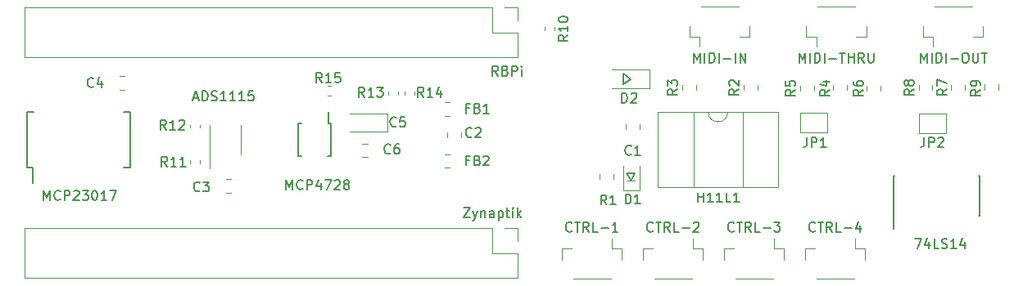
<source format=gbr>
G04 #@! TF.GenerationSoftware,KiCad,Pcbnew,5.0.2-5.fc29*
G04 #@! TF.CreationDate,2022-02-16T01:10:22+01:00*
G04 #@! TF.ProjectId,zynthian_zynaptik,7a796e74-6869-4616-9e5f-7a796e617074,1.0*
G04 #@! TF.SameCoordinates,Original*
G04 #@! TF.FileFunction,Legend,Top*
G04 #@! TF.FilePolarity,Positive*
%FSLAX46Y46*%
G04 Gerber Fmt 4.6, Leading zero omitted, Abs format (unit mm)*
G04 Created by KiCad (PCBNEW 5.0.2-5.fc29) date mié 16 feb 2022 01:10:22 CET*
%MOMM*%
%LPD*%
G01*
G04 APERTURE LIST*
%ADD10C,0.150000*%
%ADD11C,0.100000*%
%ADD12C,0.120000*%
G04 APERTURE END LIST*
D10*
X132230000Y-119330000D02*
X131830000Y-120030000D01*
X131330000Y-119330000D02*
X132230000Y-119330000D01*
X131730000Y-120030000D02*
X131330000Y-119330000D01*
X131000000Y-110100000D02*
X131800000Y-109600000D01*
X131000000Y-109000000D02*
X131000000Y-110100000D01*
X131800000Y-109600000D02*
X131000000Y-109000000D01*
D11*
G36*
X132230000Y-120130000D02*
X131330000Y-120130000D01*
X132230000Y-120130000D01*
X132230000Y-120130000D01*
G37*
X132230000Y-120130000D02*
X131330000Y-120130000D01*
X132230000Y-120130000D01*
D10*
G04 #@! TO.C,MCP23017*
X69375000Y-118775000D02*
X69950000Y-118775000D01*
X69375000Y-113025000D02*
X70025000Y-113025000D01*
X80025000Y-113025000D02*
X79375000Y-113025000D01*
X80025000Y-118775000D02*
X79375000Y-118775000D01*
X69375000Y-118775000D02*
X69375000Y-113025000D01*
X80025000Y-118775000D02*
X80025000Y-113025000D01*
X69950000Y-118775000D02*
X69950000Y-120375000D01*
G04 #@! TO.C,U1*
X158940000Y-123755000D02*
X158965000Y-123755000D01*
X158940000Y-119605000D02*
X159055000Y-119605000D01*
X167840000Y-119605000D02*
X167725000Y-119605000D01*
X167840000Y-123755000D02*
X167725000Y-123755000D01*
X158940000Y-123755000D02*
X158940000Y-119605000D01*
X167840000Y-123755000D02*
X167840000Y-119605000D01*
X158965000Y-123755000D02*
X158965000Y-125130000D01*
D12*
G04 #@! TO.C,C1*
X132690000Y-114301422D02*
X132690000Y-114818578D01*
X131270000Y-114301422D02*
X131270000Y-114818578D01*
G04 #@! TO.C,C4*
X79458578Y-109290000D02*
X78941422Y-109290000D01*
X79458578Y-110710000D02*
X78941422Y-110710000D01*
G04 #@! TO.C,D2*
X133750000Y-110600000D02*
X133750000Y-108600000D01*
X133750000Y-108600000D02*
X129850000Y-108600000D01*
X133750000Y-110600000D02*
X129850000Y-110600000D01*
G04 #@! TO.C,MIDI-1*
X137860000Y-104100000D02*
X137860000Y-105250000D01*
X137860000Y-105250000D02*
X138910000Y-105250000D01*
X138910000Y-105250000D02*
X138910000Y-106240000D01*
X144080000Y-104100000D02*
X144080000Y-105250000D01*
X144080000Y-105250000D02*
X143030000Y-105250000D01*
X139030000Y-102130000D02*
X142910000Y-102130000D01*
G04 #@! TO.C,MIDI-2*
X151095000Y-102130000D02*
X154975000Y-102130000D01*
X156145000Y-105250000D02*
X155095000Y-105250000D01*
X156145000Y-104100000D02*
X156145000Y-105250000D01*
X150975000Y-105250000D02*
X150975000Y-106240000D01*
X149925000Y-105250000D02*
X150975000Y-105250000D01*
X149925000Y-104100000D02*
X149925000Y-105250000D01*
G04 #@! TO.C,MIDI-3*
X161990000Y-104100000D02*
X161990000Y-105250000D01*
X161990000Y-105250000D02*
X163040000Y-105250000D01*
X163040000Y-105250000D02*
X163040000Y-106240000D01*
X168210000Y-104100000D02*
X168210000Y-105250000D01*
X168210000Y-105250000D02*
X167160000Y-105250000D01*
X163160000Y-102130000D02*
X167040000Y-102130000D01*
G04 #@! TO.C,R1*
X129990000Y-119958578D02*
X129990000Y-119441422D01*
X128570000Y-119958578D02*
X128570000Y-119441422D01*
G04 #@! TO.C,R2*
X144855000Y-110748578D02*
X144855000Y-110231422D01*
X143435000Y-110748578D02*
X143435000Y-110231422D01*
G04 #@! TO.C,R3*
X137085000Y-110748578D02*
X137085000Y-110231422D01*
X138505000Y-110748578D02*
X138505000Y-110231422D01*
G04 #@! TO.C,RBPi-1*
X120075000Y-102175000D02*
X120075000Y-103505000D01*
X118745000Y-102175000D02*
X120075000Y-102175000D01*
X120075000Y-104775000D02*
X120075000Y-107375000D01*
X117475000Y-104775000D02*
X120075000Y-104775000D01*
X117475000Y-102175000D02*
X117475000Y-104775000D01*
X120075000Y-107375000D02*
X69155000Y-107375000D01*
X117475000Y-102175000D02*
X69155000Y-102175000D01*
X69155000Y-102175000D02*
X69155000Y-107375000D01*
G04 #@! TO.C,Zynaptik-1*
X69155000Y-125035000D02*
X69155000Y-130235000D01*
X117475000Y-125035000D02*
X69155000Y-125035000D01*
X120075000Y-130235000D02*
X69155000Y-130235000D01*
X117475000Y-125035000D02*
X117475000Y-127635000D01*
X117475000Y-127635000D02*
X120075000Y-127635000D01*
X120075000Y-127635000D02*
X120075000Y-130235000D01*
X118745000Y-125035000D02*
X120075000Y-125035000D01*
X120075000Y-125035000D02*
X120075000Y-126365000D01*
G04 #@! TO.C,R4*
X152706000Y-110231422D02*
X152706000Y-110748578D01*
X154126000Y-110231422D02*
X154126000Y-110748578D01*
G04 #@! TO.C,R5*
X149277000Y-110812078D02*
X149277000Y-110294922D01*
X150697000Y-110812078D02*
X150697000Y-110294922D01*
G04 #@! TO.C,R6*
X156135000Y-110294922D02*
X156135000Y-110812078D01*
X157555000Y-110294922D02*
X157555000Y-110812078D01*
G04 #@! TO.C,R7*
X166318000Y-110231422D02*
X166318000Y-110748578D01*
X164898000Y-110231422D02*
X164898000Y-110748578D01*
G04 #@! TO.C,R8*
X162952500Y-110748578D02*
X162952500Y-110231422D01*
X161532500Y-110748578D02*
X161532500Y-110231422D01*
G04 #@! TO.C,R9*
X169747000Y-110167922D02*
X169747000Y-110685078D01*
X168327000Y-110167922D02*
X168327000Y-110685078D01*
G04 #@! TO.C,JP1*
X149270500Y-115109500D02*
X149270500Y-113109500D01*
X152070500Y-115109500D02*
X149270500Y-115109500D01*
X152070500Y-113109500D02*
X152070500Y-115109500D01*
X149270500Y-113109500D02*
X152070500Y-113109500D01*
G04 #@! TO.C,JP2*
X161541000Y-113173000D02*
X164341000Y-113173000D01*
X164341000Y-113173000D02*
X164341000Y-115173000D01*
X164341000Y-115173000D02*
X161541000Y-115173000D01*
X161541000Y-115173000D02*
X161541000Y-113173000D01*
G04 #@! TO.C,C2*
X114210000Y-115141422D02*
X114210000Y-115658578D01*
X112790000Y-115141422D02*
X112790000Y-115658578D01*
G04 #@! TO.C,C3*
X89941422Y-121410000D02*
X90458578Y-121410000D01*
X89941422Y-119990000D02*
X90458578Y-119990000D01*
G04 #@! TO.C,C6*
X104558578Y-117710000D02*
X104041422Y-117710000D01*
X104558578Y-116290000D02*
X104041422Y-116290000D01*
G04 #@! TO.C,D1*
X130990000Y-121110000D02*
X132690000Y-121110000D01*
X132690000Y-121110000D02*
X132690000Y-118560000D01*
X130990000Y-121110000D02*
X130990000Y-118560000D01*
G04 #@! TO.C,FB1*
X113058578Y-111990000D02*
X112541422Y-111990000D01*
X113058578Y-113410000D02*
X112541422Y-113410000D01*
G04 #@! TO.C,FB2*
X112541422Y-117390000D02*
X113058578Y-117390000D01*
X112541422Y-118810000D02*
X113058578Y-118810000D01*
G04 #@! TO.C,R11*
X86190000Y-118024721D02*
X86190000Y-118350279D01*
X87210000Y-118024721D02*
X87210000Y-118350279D01*
G04 #@! TO.C,R12*
X86190000Y-114337221D02*
X86190000Y-114662779D01*
X87210000Y-114337221D02*
X87210000Y-114662779D01*
G04 #@! TO.C,R13*
X106690000Y-111250279D02*
X106690000Y-110924721D01*
X107710000Y-111250279D02*
X107710000Y-110924721D01*
G04 #@! TO.C,R14*
X108390000Y-111250279D02*
X108390000Y-110924721D01*
X109410000Y-111250279D02*
X109410000Y-110924721D01*
G04 #@! TO.C,R15*
X100437221Y-110290000D02*
X100762779Y-110290000D01*
X100437221Y-111310000D02*
X100762779Y-111310000D01*
G04 #@! TO.C,U2*
X91510000Y-115900000D02*
X91510000Y-114400000D01*
X91510000Y-115900000D02*
X91510000Y-117400000D01*
X88290000Y-115900000D02*
X88290000Y-114400000D01*
X88290000Y-115900000D02*
X88290000Y-118825000D01*
D10*
G04 #@! TO.C,U3*
X100775000Y-114225000D02*
X100550000Y-114225000D01*
X100775000Y-117575000D02*
X100475000Y-117575000D01*
X97425000Y-117575000D02*
X97725000Y-117575000D01*
X97425000Y-114225000D02*
X97725000Y-114225000D01*
X100775000Y-114225000D02*
X100775000Y-117575000D01*
X97425000Y-114225000D02*
X97425000Y-117575000D01*
X100550000Y-114225000D02*
X100550000Y-113000000D01*
D12*
G04 #@! TO.C,C5*
X102700000Y-115035000D02*
X106610000Y-115035000D01*
X106610000Y-115035000D02*
X106610000Y-113165000D01*
X106610000Y-113165000D02*
X102700000Y-113165000D01*
G04 #@! TO.C,R10*
X123910000Y-104237221D02*
X123910000Y-104562779D01*
X122890000Y-104237221D02*
X122890000Y-104562779D01*
G04 #@! TO.C,OC1*
X147035000Y-112980000D02*
X134565000Y-112980000D01*
X147035000Y-120840000D02*
X147035000Y-112980000D01*
X134565000Y-120840000D02*
X147035000Y-120840000D01*
X134565000Y-112980000D02*
X134565000Y-120840000D01*
X143335000Y-113040000D02*
X141800000Y-113040000D01*
X143335000Y-120780000D02*
X143335000Y-113040000D01*
X138265000Y-120780000D02*
X143335000Y-120780000D01*
X138265000Y-113040000D02*
X138265000Y-120780000D01*
X139800000Y-113040000D02*
X138265000Y-113040000D01*
X141800000Y-113040000D02*
G75*
G02X139800000Y-113040000I-1000000J0D01*
G01*
G04 #@! TO.C,CTRL-1*
X130872000Y-128310000D02*
X130872000Y-127160000D01*
X130872000Y-127160000D02*
X129822000Y-127160000D01*
X129822000Y-127160000D02*
X129822000Y-126170000D01*
X124652000Y-128310000D02*
X124652000Y-127160000D01*
X124652000Y-127160000D02*
X125702000Y-127160000D01*
X129702000Y-130280000D02*
X125822000Y-130280000D01*
G04 #@! TO.C,CTRL-2*
X138084000Y-130280000D02*
X134204000Y-130280000D01*
X133034000Y-127160000D02*
X134084000Y-127160000D01*
X133034000Y-128310000D02*
X133034000Y-127160000D01*
X138204000Y-127160000D02*
X138204000Y-126170000D01*
X139254000Y-127160000D02*
X138204000Y-127160000D01*
X139254000Y-128310000D02*
X139254000Y-127160000D01*
G04 #@! TO.C,CTRL-3*
X147636000Y-128310000D02*
X147636000Y-127160000D01*
X147636000Y-127160000D02*
X146586000Y-127160000D01*
X146586000Y-127160000D02*
X146586000Y-126170000D01*
X141416000Y-128310000D02*
X141416000Y-127160000D01*
X141416000Y-127160000D02*
X142466000Y-127160000D01*
X146466000Y-130280000D02*
X142586000Y-130280000D01*
G04 #@! TO.C,CTRL-4*
X154848000Y-130280000D02*
X150968000Y-130280000D01*
X149798000Y-127160000D02*
X150848000Y-127160000D01*
X149798000Y-128310000D02*
X149798000Y-127160000D01*
X154968000Y-127160000D02*
X154968000Y-126170000D01*
X156018000Y-127160000D02*
X154968000Y-127160000D01*
X156018000Y-128310000D02*
X156018000Y-127160000D01*
G04 #@! TO.C,MCP23017*
D10*
X71085714Y-122152380D02*
X71085714Y-121152380D01*
X71419047Y-121866666D01*
X71752380Y-121152380D01*
X71752380Y-122152380D01*
X72800000Y-122057142D02*
X72752380Y-122104761D01*
X72609523Y-122152380D01*
X72514285Y-122152380D01*
X72371428Y-122104761D01*
X72276190Y-122009523D01*
X72228571Y-121914285D01*
X72180952Y-121723809D01*
X72180952Y-121580952D01*
X72228571Y-121390476D01*
X72276190Y-121295238D01*
X72371428Y-121200000D01*
X72514285Y-121152380D01*
X72609523Y-121152380D01*
X72752380Y-121200000D01*
X72800000Y-121247619D01*
X73228571Y-122152380D02*
X73228571Y-121152380D01*
X73609523Y-121152380D01*
X73704761Y-121200000D01*
X73752380Y-121247619D01*
X73800000Y-121342857D01*
X73800000Y-121485714D01*
X73752380Y-121580952D01*
X73704761Y-121628571D01*
X73609523Y-121676190D01*
X73228571Y-121676190D01*
X74180952Y-121247619D02*
X74228571Y-121200000D01*
X74323809Y-121152380D01*
X74561904Y-121152380D01*
X74657142Y-121200000D01*
X74704761Y-121247619D01*
X74752380Y-121342857D01*
X74752380Y-121438095D01*
X74704761Y-121580952D01*
X74133333Y-122152380D01*
X74752380Y-122152380D01*
X75085714Y-121152380D02*
X75704761Y-121152380D01*
X75371428Y-121533333D01*
X75514285Y-121533333D01*
X75609523Y-121580952D01*
X75657142Y-121628571D01*
X75704761Y-121723809D01*
X75704761Y-121961904D01*
X75657142Y-122057142D01*
X75609523Y-122104761D01*
X75514285Y-122152380D01*
X75228571Y-122152380D01*
X75133333Y-122104761D01*
X75085714Y-122057142D01*
X76323809Y-121152380D02*
X76419047Y-121152380D01*
X76514285Y-121200000D01*
X76561904Y-121247619D01*
X76609523Y-121342857D01*
X76657142Y-121533333D01*
X76657142Y-121771428D01*
X76609523Y-121961904D01*
X76561904Y-122057142D01*
X76514285Y-122104761D01*
X76419047Y-122152380D01*
X76323809Y-122152380D01*
X76228571Y-122104761D01*
X76180952Y-122057142D01*
X76133333Y-121961904D01*
X76085714Y-121771428D01*
X76085714Y-121533333D01*
X76133333Y-121342857D01*
X76180952Y-121247619D01*
X76228571Y-121200000D01*
X76323809Y-121152380D01*
X77609523Y-122152380D02*
X77038095Y-122152380D01*
X77323809Y-122152380D02*
X77323809Y-121152380D01*
X77228571Y-121295238D01*
X77133333Y-121390476D01*
X77038095Y-121438095D01*
X77942857Y-121152380D02*
X78609523Y-121152380D01*
X78180952Y-122152380D01*
G04 #@! TO.C,U1*
X161147142Y-126132380D02*
X161813809Y-126132380D01*
X161385238Y-127132380D01*
X162623333Y-126465714D02*
X162623333Y-127132380D01*
X162385238Y-126084761D02*
X162147142Y-126799047D01*
X162766190Y-126799047D01*
X163623333Y-127132380D02*
X163147142Y-127132380D01*
X163147142Y-126132380D01*
X163909047Y-127084761D02*
X164051904Y-127132380D01*
X164290000Y-127132380D01*
X164385238Y-127084761D01*
X164432857Y-127037142D01*
X164480476Y-126941904D01*
X164480476Y-126846666D01*
X164432857Y-126751428D01*
X164385238Y-126703809D01*
X164290000Y-126656190D01*
X164099523Y-126608571D01*
X164004285Y-126560952D01*
X163956666Y-126513333D01*
X163909047Y-126418095D01*
X163909047Y-126322857D01*
X163956666Y-126227619D01*
X164004285Y-126180000D01*
X164099523Y-126132380D01*
X164337619Y-126132380D01*
X164480476Y-126180000D01*
X165432857Y-127132380D02*
X164861428Y-127132380D01*
X165147142Y-127132380D02*
X165147142Y-126132380D01*
X165051904Y-126275238D01*
X164956666Y-126370476D01*
X164861428Y-126418095D01*
X166290000Y-126465714D02*
X166290000Y-127132380D01*
X166051904Y-126084761D02*
X165813809Y-126799047D01*
X166432857Y-126799047D01*
G04 #@! TO.C,C1*
X131818333Y-117382142D02*
X131770714Y-117429761D01*
X131627857Y-117477380D01*
X131532619Y-117477380D01*
X131389761Y-117429761D01*
X131294523Y-117334523D01*
X131246904Y-117239285D01*
X131199285Y-117048809D01*
X131199285Y-116905952D01*
X131246904Y-116715476D01*
X131294523Y-116620238D01*
X131389761Y-116525000D01*
X131532619Y-116477380D01*
X131627857Y-116477380D01*
X131770714Y-116525000D01*
X131818333Y-116572619D01*
X132770714Y-117477380D02*
X132199285Y-117477380D01*
X132485000Y-117477380D02*
X132485000Y-116477380D01*
X132389761Y-116620238D01*
X132294523Y-116715476D01*
X132199285Y-116763095D01*
G04 #@! TO.C,C4*
X76233333Y-110357142D02*
X76185714Y-110404761D01*
X76042857Y-110452380D01*
X75947619Y-110452380D01*
X75804761Y-110404761D01*
X75709523Y-110309523D01*
X75661904Y-110214285D01*
X75614285Y-110023809D01*
X75614285Y-109880952D01*
X75661904Y-109690476D01*
X75709523Y-109595238D01*
X75804761Y-109500000D01*
X75947619Y-109452380D01*
X76042857Y-109452380D01*
X76185714Y-109500000D01*
X76233333Y-109547619D01*
X77090476Y-109785714D02*
X77090476Y-110452380D01*
X76852380Y-109404761D02*
X76614285Y-110119047D01*
X77233333Y-110119047D01*
G04 #@! TO.C,D2*
X130861904Y-112052380D02*
X130861904Y-111052380D01*
X131100000Y-111052380D01*
X131242857Y-111100000D01*
X131338095Y-111195238D01*
X131385714Y-111290476D01*
X131433333Y-111480952D01*
X131433333Y-111623809D01*
X131385714Y-111814285D01*
X131338095Y-111909523D01*
X131242857Y-112004761D01*
X131100000Y-112052380D01*
X130861904Y-112052380D01*
X131814285Y-111147619D02*
X131861904Y-111100000D01*
X131957142Y-111052380D01*
X132195238Y-111052380D01*
X132290476Y-111100000D01*
X132338095Y-111147619D01*
X132385714Y-111242857D01*
X132385714Y-111338095D01*
X132338095Y-111480952D01*
X131766666Y-112052380D01*
X132385714Y-112052380D01*
G04 #@! TO.C,MIDI-1*
X138279523Y-107892380D02*
X138279523Y-106892380D01*
X138612857Y-107606666D01*
X138946190Y-106892380D01*
X138946190Y-107892380D01*
X139422380Y-107892380D02*
X139422380Y-106892380D01*
X139898571Y-107892380D02*
X139898571Y-106892380D01*
X140136666Y-106892380D01*
X140279523Y-106940000D01*
X140374761Y-107035238D01*
X140422380Y-107130476D01*
X140470000Y-107320952D01*
X140470000Y-107463809D01*
X140422380Y-107654285D01*
X140374761Y-107749523D01*
X140279523Y-107844761D01*
X140136666Y-107892380D01*
X139898571Y-107892380D01*
X140898571Y-107892380D02*
X140898571Y-106892380D01*
X141374761Y-107511428D02*
X142136666Y-107511428D01*
X142612857Y-107892380D02*
X142612857Y-106892380D01*
X143089047Y-107892380D02*
X143089047Y-106892380D01*
X143660476Y-107892380D01*
X143660476Y-106892380D01*
G04 #@! TO.C,MIDI-2*
X149177857Y-107892380D02*
X149177857Y-106892380D01*
X149511190Y-107606666D01*
X149844523Y-106892380D01*
X149844523Y-107892380D01*
X150320714Y-107892380D02*
X150320714Y-106892380D01*
X150796904Y-107892380D02*
X150796904Y-106892380D01*
X151035000Y-106892380D01*
X151177857Y-106940000D01*
X151273095Y-107035238D01*
X151320714Y-107130476D01*
X151368333Y-107320952D01*
X151368333Y-107463809D01*
X151320714Y-107654285D01*
X151273095Y-107749523D01*
X151177857Y-107844761D01*
X151035000Y-107892380D01*
X150796904Y-107892380D01*
X151796904Y-107892380D02*
X151796904Y-106892380D01*
X152273095Y-107511428D02*
X153035000Y-107511428D01*
X153368333Y-106892380D02*
X153939761Y-106892380D01*
X153654047Y-107892380D02*
X153654047Y-106892380D01*
X154273095Y-107892380D02*
X154273095Y-106892380D01*
X154273095Y-107368571D02*
X154844523Y-107368571D01*
X154844523Y-107892380D02*
X154844523Y-106892380D01*
X155892142Y-107892380D02*
X155558809Y-107416190D01*
X155320714Y-107892380D02*
X155320714Y-106892380D01*
X155701666Y-106892380D01*
X155796904Y-106940000D01*
X155844523Y-106987619D01*
X155892142Y-107082857D01*
X155892142Y-107225714D01*
X155844523Y-107320952D01*
X155796904Y-107368571D01*
X155701666Y-107416190D01*
X155320714Y-107416190D01*
X156320714Y-106892380D02*
X156320714Y-107701904D01*
X156368333Y-107797142D01*
X156415952Y-107844761D01*
X156511190Y-107892380D01*
X156701666Y-107892380D01*
X156796904Y-107844761D01*
X156844523Y-107797142D01*
X156892142Y-107701904D01*
X156892142Y-106892380D01*
G04 #@! TO.C,MIDI-3*
X161742857Y-107892380D02*
X161742857Y-106892380D01*
X162076190Y-107606666D01*
X162409523Y-106892380D01*
X162409523Y-107892380D01*
X162885714Y-107892380D02*
X162885714Y-106892380D01*
X163361904Y-107892380D02*
X163361904Y-106892380D01*
X163600000Y-106892380D01*
X163742857Y-106940000D01*
X163838095Y-107035238D01*
X163885714Y-107130476D01*
X163933333Y-107320952D01*
X163933333Y-107463809D01*
X163885714Y-107654285D01*
X163838095Y-107749523D01*
X163742857Y-107844761D01*
X163600000Y-107892380D01*
X163361904Y-107892380D01*
X164361904Y-107892380D02*
X164361904Y-106892380D01*
X164838095Y-107511428D02*
X165600000Y-107511428D01*
X166266666Y-106892380D02*
X166457142Y-106892380D01*
X166552380Y-106940000D01*
X166647619Y-107035238D01*
X166695238Y-107225714D01*
X166695238Y-107559047D01*
X166647619Y-107749523D01*
X166552380Y-107844761D01*
X166457142Y-107892380D01*
X166266666Y-107892380D01*
X166171428Y-107844761D01*
X166076190Y-107749523D01*
X166028571Y-107559047D01*
X166028571Y-107225714D01*
X166076190Y-107035238D01*
X166171428Y-106940000D01*
X166266666Y-106892380D01*
X167123809Y-106892380D02*
X167123809Y-107701904D01*
X167171428Y-107797142D01*
X167219047Y-107844761D01*
X167314285Y-107892380D01*
X167504761Y-107892380D01*
X167600000Y-107844761D01*
X167647619Y-107797142D01*
X167695238Y-107701904D01*
X167695238Y-106892380D01*
X168028571Y-106892380D02*
X168600000Y-106892380D01*
X168314285Y-107892380D02*
X168314285Y-106892380D01*
G04 #@! TO.C,R1*
X129268333Y-122617380D02*
X128935000Y-122141190D01*
X128696904Y-122617380D02*
X128696904Y-121617380D01*
X129077857Y-121617380D01*
X129173095Y-121665000D01*
X129220714Y-121712619D01*
X129268333Y-121807857D01*
X129268333Y-121950714D01*
X129220714Y-122045952D01*
X129173095Y-122093571D01*
X129077857Y-122141190D01*
X128696904Y-122141190D01*
X130220714Y-122617380D02*
X129649285Y-122617380D01*
X129935000Y-122617380D02*
X129935000Y-121617380D01*
X129839761Y-121760238D01*
X129744523Y-121855476D01*
X129649285Y-121903095D01*
G04 #@! TO.C,R2*
X142947380Y-110656666D02*
X142471190Y-110990000D01*
X142947380Y-111228095D02*
X141947380Y-111228095D01*
X141947380Y-110847142D01*
X141995000Y-110751904D01*
X142042619Y-110704285D01*
X142137857Y-110656666D01*
X142280714Y-110656666D01*
X142375952Y-110704285D01*
X142423571Y-110751904D01*
X142471190Y-110847142D01*
X142471190Y-111228095D01*
X142042619Y-110275714D02*
X141995000Y-110228095D01*
X141947380Y-110132857D01*
X141947380Y-109894761D01*
X141995000Y-109799523D01*
X142042619Y-109751904D01*
X142137857Y-109704285D01*
X142233095Y-109704285D01*
X142375952Y-109751904D01*
X142947380Y-110323333D01*
X142947380Y-109704285D01*
G04 #@! TO.C,R3*
X136597380Y-110656666D02*
X136121190Y-110990000D01*
X136597380Y-111228095D02*
X135597380Y-111228095D01*
X135597380Y-110847142D01*
X135645000Y-110751904D01*
X135692619Y-110704285D01*
X135787857Y-110656666D01*
X135930714Y-110656666D01*
X136025952Y-110704285D01*
X136073571Y-110751904D01*
X136121190Y-110847142D01*
X136121190Y-111228095D01*
X135597380Y-110323333D02*
X135597380Y-109704285D01*
X135978333Y-110037619D01*
X135978333Y-109894761D01*
X136025952Y-109799523D01*
X136073571Y-109751904D01*
X136168809Y-109704285D01*
X136406904Y-109704285D01*
X136502142Y-109751904D01*
X136549761Y-109799523D01*
X136597380Y-109894761D01*
X136597380Y-110180476D01*
X136549761Y-110275714D01*
X136502142Y-110323333D01*
G04 #@! TO.C,RBPi-1*
X118071428Y-109252380D02*
X117738095Y-108776190D01*
X117500000Y-109252380D02*
X117500000Y-108252380D01*
X117880952Y-108252380D01*
X117976190Y-108300000D01*
X118023809Y-108347619D01*
X118071428Y-108442857D01*
X118071428Y-108585714D01*
X118023809Y-108680952D01*
X117976190Y-108728571D01*
X117880952Y-108776190D01*
X117500000Y-108776190D01*
X118833333Y-108728571D02*
X118976190Y-108776190D01*
X119023809Y-108823809D01*
X119071428Y-108919047D01*
X119071428Y-109061904D01*
X119023809Y-109157142D01*
X118976190Y-109204761D01*
X118880952Y-109252380D01*
X118500000Y-109252380D01*
X118500000Y-108252380D01*
X118833333Y-108252380D01*
X118928571Y-108300000D01*
X118976190Y-108347619D01*
X119023809Y-108442857D01*
X119023809Y-108538095D01*
X118976190Y-108633333D01*
X118928571Y-108680952D01*
X118833333Y-108728571D01*
X118500000Y-108728571D01*
X119500000Y-109252380D02*
X119500000Y-108252380D01*
X119880952Y-108252380D01*
X119976190Y-108300000D01*
X120023809Y-108347619D01*
X120071428Y-108442857D01*
X120071428Y-108585714D01*
X120023809Y-108680952D01*
X119976190Y-108728571D01*
X119880952Y-108776190D01*
X119500000Y-108776190D01*
X120500000Y-109252380D02*
X120500000Y-108585714D01*
X120500000Y-108252380D02*
X120452380Y-108300000D01*
X120500000Y-108347619D01*
X120547619Y-108300000D01*
X120500000Y-108252380D01*
X120500000Y-108347619D01*
G04 #@! TO.C,Zynaptik-1*
X114500000Y-122952380D02*
X115166666Y-122952380D01*
X114500000Y-123952380D01*
X115166666Y-123952380D01*
X115452380Y-123285714D02*
X115690476Y-123952380D01*
X115928571Y-123285714D02*
X115690476Y-123952380D01*
X115595238Y-124190476D01*
X115547619Y-124238095D01*
X115452380Y-124285714D01*
X116309523Y-123285714D02*
X116309523Y-123952380D01*
X116309523Y-123380952D02*
X116357142Y-123333333D01*
X116452380Y-123285714D01*
X116595238Y-123285714D01*
X116690476Y-123333333D01*
X116738095Y-123428571D01*
X116738095Y-123952380D01*
X117642857Y-123952380D02*
X117642857Y-123428571D01*
X117595238Y-123333333D01*
X117500000Y-123285714D01*
X117309523Y-123285714D01*
X117214285Y-123333333D01*
X117642857Y-123904761D02*
X117547619Y-123952380D01*
X117309523Y-123952380D01*
X117214285Y-123904761D01*
X117166666Y-123809523D01*
X117166666Y-123714285D01*
X117214285Y-123619047D01*
X117309523Y-123571428D01*
X117547619Y-123571428D01*
X117642857Y-123523809D01*
X118119047Y-123285714D02*
X118119047Y-124285714D01*
X118119047Y-123333333D02*
X118214285Y-123285714D01*
X118404761Y-123285714D01*
X118500000Y-123333333D01*
X118547619Y-123380952D01*
X118595238Y-123476190D01*
X118595238Y-123761904D01*
X118547619Y-123857142D01*
X118500000Y-123904761D01*
X118404761Y-123952380D01*
X118214285Y-123952380D01*
X118119047Y-123904761D01*
X118880952Y-123285714D02*
X119261904Y-123285714D01*
X119023809Y-122952380D02*
X119023809Y-123809523D01*
X119071428Y-123904761D01*
X119166666Y-123952380D01*
X119261904Y-123952380D01*
X119595238Y-123952380D02*
X119595238Y-123285714D01*
X119595238Y-122952380D02*
X119547619Y-123000000D01*
X119595238Y-123047619D01*
X119642857Y-123000000D01*
X119595238Y-122952380D01*
X119595238Y-123047619D01*
X120071428Y-123952380D02*
X120071428Y-122952380D01*
X120166666Y-123571428D02*
X120452380Y-123952380D01*
X120452380Y-123285714D02*
X120071428Y-123666666D01*
G04 #@! TO.C,R4*
X152344380Y-110720166D02*
X151868190Y-111053500D01*
X152344380Y-111291595D02*
X151344380Y-111291595D01*
X151344380Y-110910642D01*
X151392000Y-110815404D01*
X151439619Y-110767785D01*
X151534857Y-110720166D01*
X151677714Y-110720166D01*
X151772952Y-110767785D01*
X151820571Y-110815404D01*
X151868190Y-110910642D01*
X151868190Y-111291595D01*
X151677714Y-109863023D02*
X152344380Y-109863023D01*
X151296761Y-110101119D02*
X152011047Y-110339214D01*
X152011047Y-109720166D01*
G04 #@! TO.C,R5*
X148789380Y-110720166D02*
X148313190Y-111053500D01*
X148789380Y-111291595D02*
X147789380Y-111291595D01*
X147789380Y-110910642D01*
X147837000Y-110815404D01*
X147884619Y-110767785D01*
X147979857Y-110720166D01*
X148122714Y-110720166D01*
X148217952Y-110767785D01*
X148265571Y-110815404D01*
X148313190Y-110910642D01*
X148313190Y-111291595D01*
X147789380Y-109815404D02*
X147789380Y-110291595D01*
X148265571Y-110339214D01*
X148217952Y-110291595D01*
X148170333Y-110196357D01*
X148170333Y-109958261D01*
X148217952Y-109863023D01*
X148265571Y-109815404D01*
X148360809Y-109767785D01*
X148598904Y-109767785D01*
X148694142Y-109815404D01*
X148741761Y-109863023D01*
X148789380Y-109958261D01*
X148789380Y-110196357D01*
X148741761Y-110291595D01*
X148694142Y-110339214D01*
G04 #@! TO.C,R6*
X155773380Y-110720166D02*
X155297190Y-111053500D01*
X155773380Y-111291595D02*
X154773380Y-111291595D01*
X154773380Y-110910642D01*
X154821000Y-110815404D01*
X154868619Y-110767785D01*
X154963857Y-110720166D01*
X155106714Y-110720166D01*
X155201952Y-110767785D01*
X155249571Y-110815404D01*
X155297190Y-110910642D01*
X155297190Y-111291595D01*
X154773380Y-109863023D02*
X154773380Y-110053500D01*
X154821000Y-110148738D01*
X154868619Y-110196357D01*
X155011476Y-110291595D01*
X155201952Y-110339214D01*
X155582904Y-110339214D01*
X155678142Y-110291595D01*
X155725761Y-110243976D01*
X155773380Y-110148738D01*
X155773380Y-109958261D01*
X155725761Y-109863023D01*
X155678142Y-109815404D01*
X155582904Y-109767785D01*
X155344809Y-109767785D01*
X155249571Y-109815404D01*
X155201952Y-109863023D01*
X155154333Y-109958261D01*
X155154333Y-110148738D01*
X155201952Y-110243976D01*
X155249571Y-110291595D01*
X155344809Y-110339214D01*
G04 #@! TO.C,R7*
X164472880Y-110656666D02*
X163996690Y-110990000D01*
X164472880Y-111228095D02*
X163472880Y-111228095D01*
X163472880Y-110847142D01*
X163520500Y-110751904D01*
X163568119Y-110704285D01*
X163663357Y-110656666D01*
X163806214Y-110656666D01*
X163901452Y-110704285D01*
X163949071Y-110751904D01*
X163996690Y-110847142D01*
X163996690Y-111228095D01*
X163472880Y-110323333D02*
X163472880Y-109656666D01*
X164472880Y-110085238D01*
G04 #@! TO.C,R8*
X161044880Y-110656666D02*
X160568690Y-110990000D01*
X161044880Y-111228095D02*
X160044880Y-111228095D01*
X160044880Y-110847142D01*
X160092500Y-110751904D01*
X160140119Y-110704285D01*
X160235357Y-110656666D01*
X160378214Y-110656666D01*
X160473452Y-110704285D01*
X160521071Y-110751904D01*
X160568690Y-110847142D01*
X160568690Y-111228095D01*
X160473452Y-110085238D02*
X160425833Y-110180476D01*
X160378214Y-110228095D01*
X160282976Y-110275714D01*
X160235357Y-110275714D01*
X160140119Y-110228095D01*
X160092500Y-110180476D01*
X160044880Y-110085238D01*
X160044880Y-109894761D01*
X160092500Y-109799523D01*
X160140119Y-109751904D01*
X160235357Y-109704285D01*
X160282976Y-109704285D01*
X160378214Y-109751904D01*
X160425833Y-109799523D01*
X160473452Y-109894761D01*
X160473452Y-110085238D01*
X160521071Y-110180476D01*
X160568690Y-110228095D01*
X160663928Y-110275714D01*
X160854404Y-110275714D01*
X160949642Y-110228095D01*
X160997261Y-110180476D01*
X161044880Y-110085238D01*
X161044880Y-109894761D01*
X160997261Y-109799523D01*
X160949642Y-109751904D01*
X160854404Y-109704285D01*
X160663928Y-109704285D01*
X160568690Y-109751904D01*
X160521071Y-109799523D01*
X160473452Y-109894761D01*
G04 #@! TO.C,R9*
X167901880Y-110720166D02*
X167425690Y-111053500D01*
X167901880Y-111291595D02*
X166901880Y-111291595D01*
X166901880Y-110910642D01*
X166949500Y-110815404D01*
X166997119Y-110767785D01*
X167092357Y-110720166D01*
X167235214Y-110720166D01*
X167330452Y-110767785D01*
X167378071Y-110815404D01*
X167425690Y-110910642D01*
X167425690Y-111291595D01*
X167901880Y-110243976D02*
X167901880Y-110053500D01*
X167854261Y-109958261D01*
X167806642Y-109910642D01*
X167663785Y-109815404D01*
X167473309Y-109767785D01*
X167092357Y-109767785D01*
X166997119Y-109815404D01*
X166949500Y-109863023D01*
X166901880Y-109958261D01*
X166901880Y-110148738D01*
X166949500Y-110243976D01*
X166997119Y-110291595D01*
X167092357Y-110339214D01*
X167330452Y-110339214D01*
X167425690Y-110291595D01*
X167473309Y-110243976D01*
X167520928Y-110148738D01*
X167520928Y-109958261D01*
X167473309Y-109863023D01*
X167425690Y-109815404D01*
X167330452Y-109767785D01*
G04 #@! TO.C,JP1*
X149979166Y-115657380D02*
X149979166Y-116371666D01*
X149931547Y-116514523D01*
X149836309Y-116609761D01*
X149693452Y-116657380D01*
X149598214Y-116657380D01*
X150455357Y-116657380D02*
X150455357Y-115657380D01*
X150836309Y-115657380D01*
X150931547Y-115705000D01*
X150979166Y-115752619D01*
X151026785Y-115847857D01*
X151026785Y-115990714D01*
X150979166Y-116085952D01*
X150931547Y-116133571D01*
X150836309Y-116181190D01*
X150455357Y-116181190D01*
X151979166Y-116657380D02*
X151407738Y-116657380D01*
X151693452Y-116657380D02*
X151693452Y-115657380D01*
X151598214Y-115800238D01*
X151502976Y-115895476D01*
X151407738Y-115943095D01*
G04 #@! TO.C,JP2*
X162107666Y-115657380D02*
X162107666Y-116371666D01*
X162060047Y-116514523D01*
X161964809Y-116609761D01*
X161821952Y-116657380D01*
X161726714Y-116657380D01*
X162583857Y-116657380D02*
X162583857Y-115657380D01*
X162964809Y-115657380D01*
X163060047Y-115705000D01*
X163107666Y-115752619D01*
X163155285Y-115847857D01*
X163155285Y-115990714D01*
X163107666Y-116085952D01*
X163060047Y-116133571D01*
X162964809Y-116181190D01*
X162583857Y-116181190D01*
X163536238Y-115752619D02*
X163583857Y-115705000D01*
X163679095Y-115657380D01*
X163917190Y-115657380D01*
X164012428Y-115705000D01*
X164060047Y-115752619D01*
X164107666Y-115847857D01*
X164107666Y-115943095D01*
X164060047Y-116085952D01*
X163488619Y-116657380D01*
X164107666Y-116657380D01*
G04 #@! TO.C,C2*
X115333333Y-115557142D02*
X115285714Y-115604761D01*
X115142857Y-115652380D01*
X115047619Y-115652380D01*
X114904761Y-115604761D01*
X114809523Y-115509523D01*
X114761904Y-115414285D01*
X114714285Y-115223809D01*
X114714285Y-115080952D01*
X114761904Y-114890476D01*
X114809523Y-114795238D01*
X114904761Y-114700000D01*
X115047619Y-114652380D01*
X115142857Y-114652380D01*
X115285714Y-114700000D01*
X115333333Y-114747619D01*
X115714285Y-114747619D02*
X115761904Y-114700000D01*
X115857142Y-114652380D01*
X116095238Y-114652380D01*
X116190476Y-114700000D01*
X116238095Y-114747619D01*
X116285714Y-114842857D01*
X116285714Y-114938095D01*
X116238095Y-115080952D01*
X115666666Y-115652380D01*
X116285714Y-115652380D01*
G04 #@! TO.C,C3*
X87233333Y-121157142D02*
X87185714Y-121204761D01*
X87042857Y-121252380D01*
X86947619Y-121252380D01*
X86804761Y-121204761D01*
X86709523Y-121109523D01*
X86661904Y-121014285D01*
X86614285Y-120823809D01*
X86614285Y-120680952D01*
X86661904Y-120490476D01*
X86709523Y-120395238D01*
X86804761Y-120300000D01*
X86947619Y-120252380D01*
X87042857Y-120252380D01*
X87185714Y-120300000D01*
X87233333Y-120347619D01*
X87566666Y-120252380D02*
X88185714Y-120252380D01*
X87852380Y-120633333D01*
X87995238Y-120633333D01*
X88090476Y-120680952D01*
X88138095Y-120728571D01*
X88185714Y-120823809D01*
X88185714Y-121061904D01*
X88138095Y-121157142D01*
X88090476Y-121204761D01*
X87995238Y-121252380D01*
X87709523Y-121252380D01*
X87614285Y-121204761D01*
X87566666Y-121157142D01*
G04 #@! TO.C,C6*
X106933333Y-117257142D02*
X106885714Y-117304761D01*
X106742857Y-117352380D01*
X106647619Y-117352380D01*
X106504761Y-117304761D01*
X106409523Y-117209523D01*
X106361904Y-117114285D01*
X106314285Y-116923809D01*
X106314285Y-116780952D01*
X106361904Y-116590476D01*
X106409523Y-116495238D01*
X106504761Y-116400000D01*
X106647619Y-116352380D01*
X106742857Y-116352380D01*
X106885714Y-116400000D01*
X106933333Y-116447619D01*
X107790476Y-116352380D02*
X107600000Y-116352380D01*
X107504761Y-116400000D01*
X107457142Y-116447619D01*
X107361904Y-116590476D01*
X107314285Y-116780952D01*
X107314285Y-117161904D01*
X107361904Y-117257142D01*
X107409523Y-117304761D01*
X107504761Y-117352380D01*
X107695238Y-117352380D01*
X107790476Y-117304761D01*
X107838095Y-117257142D01*
X107885714Y-117161904D01*
X107885714Y-116923809D01*
X107838095Y-116828571D01*
X107790476Y-116780952D01*
X107695238Y-116733333D01*
X107504761Y-116733333D01*
X107409523Y-116780952D01*
X107361904Y-116828571D01*
X107314285Y-116923809D01*
G04 #@! TO.C,D1*
X131231904Y-122527380D02*
X131231904Y-121527380D01*
X131470000Y-121527380D01*
X131612857Y-121575000D01*
X131708095Y-121670238D01*
X131755714Y-121765476D01*
X131803333Y-121955952D01*
X131803333Y-122098809D01*
X131755714Y-122289285D01*
X131708095Y-122384523D01*
X131612857Y-122479761D01*
X131470000Y-122527380D01*
X131231904Y-122527380D01*
X132755714Y-122527380D02*
X132184285Y-122527380D01*
X132470000Y-122527380D02*
X132470000Y-121527380D01*
X132374761Y-121670238D01*
X132279523Y-121765476D01*
X132184285Y-121813095D01*
G04 #@! TO.C,FB1*
X115066666Y-112628571D02*
X114733333Y-112628571D01*
X114733333Y-113152380D02*
X114733333Y-112152380D01*
X115209523Y-112152380D01*
X115923809Y-112628571D02*
X116066666Y-112676190D01*
X116114285Y-112723809D01*
X116161904Y-112819047D01*
X116161904Y-112961904D01*
X116114285Y-113057142D01*
X116066666Y-113104761D01*
X115971428Y-113152380D01*
X115590476Y-113152380D01*
X115590476Y-112152380D01*
X115923809Y-112152380D01*
X116019047Y-112200000D01*
X116066666Y-112247619D01*
X116114285Y-112342857D01*
X116114285Y-112438095D01*
X116066666Y-112533333D01*
X116019047Y-112580952D01*
X115923809Y-112628571D01*
X115590476Y-112628571D01*
X117114285Y-113152380D02*
X116542857Y-113152380D01*
X116828571Y-113152380D02*
X116828571Y-112152380D01*
X116733333Y-112295238D01*
X116638095Y-112390476D01*
X116542857Y-112438095D01*
G04 #@! TO.C,FB2*
X115066666Y-118028571D02*
X114733333Y-118028571D01*
X114733333Y-118552380D02*
X114733333Y-117552380D01*
X115209523Y-117552380D01*
X115923809Y-118028571D02*
X116066666Y-118076190D01*
X116114285Y-118123809D01*
X116161904Y-118219047D01*
X116161904Y-118361904D01*
X116114285Y-118457142D01*
X116066666Y-118504761D01*
X115971428Y-118552380D01*
X115590476Y-118552380D01*
X115590476Y-117552380D01*
X115923809Y-117552380D01*
X116019047Y-117600000D01*
X116066666Y-117647619D01*
X116114285Y-117742857D01*
X116114285Y-117838095D01*
X116066666Y-117933333D01*
X116019047Y-117980952D01*
X115923809Y-118028571D01*
X115590476Y-118028571D01*
X116542857Y-117647619D02*
X116590476Y-117600000D01*
X116685714Y-117552380D01*
X116923809Y-117552380D01*
X117019047Y-117600000D01*
X117066666Y-117647619D01*
X117114285Y-117742857D01*
X117114285Y-117838095D01*
X117066666Y-117980952D01*
X116495238Y-118552380D01*
X117114285Y-118552380D01*
G04 #@! TO.C,R11*
X83857142Y-118652380D02*
X83523809Y-118176190D01*
X83285714Y-118652380D02*
X83285714Y-117652380D01*
X83666666Y-117652380D01*
X83761904Y-117700000D01*
X83809523Y-117747619D01*
X83857142Y-117842857D01*
X83857142Y-117985714D01*
X83809523Y-118080952D01*
X83761904Y-118128571D01*
X83666666Y-118176190D01*
X83285714Y-118176190D01*
X84809523Y-118652380D02*
X84238095Y-118652380D01*
X84523809Y-118652380D02*
X84523809Y-117652380D01*
X84428571Y-117795238D01*
X84333333Y-117890476D01*
X84238095Y-117938095D01*
X85761904Y-118652380D02*
X85190476Y-118652380D01*
X85476190Y-118652380D02*
X85476190Y-117652380D01*
X85380952Y-117795238D01*
X85285714Y-117890476D01*
X85190476Y-117938095D01*
G04 #@! TO.C,R12*
X83757142Y-114852380D02*
X83423809Y-114376190D01*
X83185714Y-114852380D02*
X83185714Y-113852380D01*
X83566666Y-113852380D01*
X83661904Y-113900000D01*
X83709523Y-113947619D01*
X83757142Y-114042857D01*
X83757142Y-114185714D01*
X83709523Y-114280952D01*
X83661904Y-114328571D01*
X83566666Y-114376190D01*
X83185714Y-114376190D01*
X84709523Y-114852380D02*
X84138095Y-114852380D01*
X84423809Y-114852380D02*
X84423809Y-113852380D01*
X84328571Y-113995238D01*
X84233333Y-114090476D01*
X84138095Y-114138095D01*
X85090476Y-113947619D02*
X85138095Y-113900000D01*
X85233333Y-113852380D01*
X85471428Y-113852380D01*
X85566666Y-113900000D01*
X85614285Y-113947619D01*
X85661904Y-114042857D01*
X85661904Y-114138095D01*
X85614285Y-114280952D01*
X85042857Y-114852380D01*
X85661904Y-114852380D01*
G04 #@! TO.C,R13*
X104257142Y-111452380D02*
X103923809Y-110976190D01*
X103685714Y-111452380D02*
X103685714Y-110452380D01*
X104066666Y-110452380D01*
X104161904Y-110500000D01*
X104209523Y-110547619D01*
X104257142Y-110642857D01*
X104257142Y-110785714D01*
X104209523Y-110880952D01*
X104161904Y-110928571D01*
X104066666Y-110976190D01*
X103685714Y-110976190D01*
X105209523Y-111452380D02*
X104638095Y-111452380D01*
X104923809Y-111452380D02*
X104923809Y-110452380D01*
X104828571Y-110595238D01*
X104733333Y-110690476D01*
X104638095Y-110738095D01*
X105542857Y-110452380D02*
X106161904Y-110452380D01*
X105828571Y-110833333D01*
X105971428Y-110833333D01*
X106066666Y-110880952D01*
X106114285Y-110928571D01*
X106161904Y-111023809D01*
X106161904Y-111261904D01*
X106114285Y-111357142D01*
X106066666Y-111404761D01*
X105971428Y-111452380D01*
X105685714Y-111452380D01*
X105590476Y-111404761D01*
X105542857Y-111357142D01*
G04 #@! TO.C,R14*
X110357142Y-111452380D02*
X110023809Y-110976190D01*
X109785714Y-111452380D02*
X109785714Y-110452380D01*
X110166666Y-110452380D01*
X110261904Y-110500000D01*
X110309523Y-110547619D01*
X110357142Y-110642857D01*
X110357142Y-110785714D01*
X110309523Y-110880952D01*
X110261904Y-110928571D01*
X110166666Y-110976190D01*
X109785714Y-110976190D01*
X111309523Y-111452380D02*
X110738095Y-111452380D01*
X111023809Y-111452380D02*
X111023809Y-110452380D01*
X110928571Y-110595238D01*
X110833333Y-110690476D01*
X110738095Y-110738095D01*
X112166666Y-110785714D02*
X112166666Y-111452380D01*
X111928571Y-110404761D02*
X111690476Y-111119047D01*
X112309523Y-111119047D01*
G04 #@! TO.C,R15*
X99857142Y-109952380D02*
X99523809Y-109476190D01*
X99285714Y-109952380D02*
X99285714Y-108952380D01*
X99666666Y-108952380D01*
X99761904Y-109000000D01*
X99809523Y-109047619D01*
X99857142Y-109142857D01*
X99857142Y-109285714D01*
X99809523Y-109380952D01*
X99761904Y-109428571D01*
X99666666Y-109476190D01*
X99285714Y-109476190D01*
X100809523Y-109952380D02*
X100238095Y-109952380D01*
X100523809Y-109952380D02*
X100523809Y-108952380D01*
X100428571Y-109095238D01*
X100333333Y-109190476D01*
X100238095Y-109238095D01*
X101714285Y-108952380D02*
X101238095Y-108952380D01*
X101190476Y-109428571D01*
X101238095Y-109380952D01*
X101333333Y-109333333D01*
X101571428Y-109333333D01*
X101666666Y-109380952D01*
X101714285Y-109428571D01*
X101761904Y-109523809D01*
X101761904Y-109761904D01*
X101714285Y-109857142D01*
X101666666Y-109904761D01*
X101571428Y-109952380D01*
X101333333Y-109952380D01*
X101238095Y-109904761D01*
X101190476Y-109857142D01*
G04 #@! TO.C,U2*
X86580952Y-111566666D02*
X87057142Y-111566666D01*
X86485714Y-111852380D02*
X86819047Y-110852380D01*
X87152380Y-111852380D01*
X87485714Y-111852380D02*
X87485714Y-110852380D01*
X87723809Y-110852380D01*
X87866666Y-110900000D01*
X87961904Y-110995238D01*
X88009523Y-111090476D01*
X88057142Y-111280952D01*
X88057142Y-111423809D01*
X88009523Y-111614285D01*
X87961904Y-111709523D01*
X87866666Y-111804761D01*
X87723809Y-111852380D01*
X87485714Y-111852380D01*
X88438095Y-111804761D02*
X88580952Y-111852380D01*
X88819047Y-111852380D01*
X88914285Y-111804761D01*
X88961904Y-111757142D01*
X89009523Y-111661904D01*
X89009523Y-111566666D01*
X88961904Y-111471428D01*
X88914285Y-111423809D01*
X88819047Y-111376190D01*
X88628571Y-111328571D01*
X88533333Y-111280952D01*
X88485714Y-111233333D01*
X88438095Y-111138095D01*
X88438095Y-111042857D01*
X88485714Y-110947619D01*
X88533333Y-110900000D01*
X88628571Y-110852380D01*
X88866666Y-110852380D01*
X89009523Y-110900000D01*
X89961904Y-111852380D02*
X89390476Y-111852380D01*
X89676190Y-111852380D02*
X89676190Y-110852380D01*
X89580952Y-110995238D01*
X89485714Y-111090476D01*
X89390476Y-111138095D01*
X90914285Y-111852380D02*
X90342857Y-111852380D01*
X90628571Y-111852380D02*
X90628571Y-110852380D01*
X90533333Y-110995238D01*
X90438095Y-111090476D01*
X90342857Y-111138095D01*
X91866666Y-111852380D02*
X91295238Y-111852380D01*
X91580952Y-111852380D02*
X91580952Y-110852380D01*
X91485714Y-110995238D01*
X91390476Y-111090476D01*
X91295238Y-111138095D01*
X92771428Y-110852380D02*
X92295238Y-110852380D01*
X92247619Y-111328571D01*
X92295238Y-111280952D01*
X92390476Y-111233333D01*
X92628571Y-111233333D01*
X92723809Y-111280952D01*
X92771428Y-111328571D01*
X92819047Y-111423809D01*
X92819047Y-111661904D01*
X92771428Y-111757142D01*
X92723809Y-111804761D01*
X92628571Y-111852380D01*
X92390476Y-111852380D01*
X92295238Y-111804761D01*
X92247619Y-111757142D01*
G04 #@! TO.C,U3*
X96161904Y-121052380D02*
X96161904Y-120052380D01*
X96495238Y-120766666D01*
X96828571Y-120052380D01*
X96828571Y-121052380D01*
X97876190Y-120957142D02*
X97828571Y-121004761D01*
X97685714Y-121052380D01*
X97590476Y-121052380D01*
X97447619Y-121004761D01*
X97352380Y-120909523D01*
X97304761Y-120814285D01*
X97257142Y-120623809D01*
X97257142Y-120480952D01*
X97304761Y-120290476D01*
X97352380Y-120195238D01*
X97447619Y-120100000D01*
X97590476Y-120052380D01*
X97685714Y-120052380D01*
X97828571Y-120100000D01*
X97876190Y-120147619D01*
X98304761Y-121052380D02*
X98304761Y-120052380D01*
X98685714Y-120052380D01*
X98780952Y-120100000D01*
X98828571Y-120147619D01*
X98876190Y-120242857D01*
X98876190Y-120385714D01*
X98828571Y-120480952D01*
X98780952Y-120528571D01*
X98685714Y-120576190D01*
X98304761Y-120576190D01*
X99733333Y-120385714D02*
X99733333Y-121052380D01*
X99495238Y-120004761D02*
X99257142Y-120719047D01*
X99876190Y-120719047D01*
X100161904Y-120052380D02*
X100828571Y-120052380D01*
X100400000Y-121052380D01*
X101161904Y-120147619D02*
X101209523Y-120100000D01*
X101304761Y-120052380D01*
X101542857Y-120052380D01*
X101638095Y-120100000D01*
X101685714Y-120147619D01*
X101733333Y-120242857D01*
X101733333Y-120338095D01*
X101685714Y-120480952D01*
X101114285Y-121052380D01*
X101733333Y-121052380D01*
X102304761Y-120480952D02*
X102209523Y-120433333D01*
X102161904Y-120385714D01*
X102114285Y-120290476D01*
X102114285Y-120242857D01*
X102161904Y-120147619D01*
X102209523Y-120100000D01*
X102304761Y-120052380D01*
X102495238Y-120052380D01*
X102590476Y-120100000D01*
X102638095Y-120147619D01*
X102685714Y-120242857D01*
X102685714Y-120290476D01*
X102638095Y-120385714D01*
X102590476Y-120433333D01*
X102495238Y-120480952D01*
X102304761Y-120480952D01*
X102209523Y-120528571D01*
X102161904Y-120576190D01*
X102114285Y-120671428D01*
X102114285Y-120861904D01*
X102161904Y-120957142D01*
X102209523Y-121004761D01*
X102304761Y-121052380D01*
X102495238Y-121052380D01*
X102590476Y-121004761D01*
X102638095Y-120957142D01*
X102685714Y-120861904D01*
X102685714Y-120671428D01*
X102638095Y-120576190D01*
X102590476Y-120528571D01*
X102495238Y-120480952D01*
G04 #@! TO.C,C5*
X107533333Y-114457142D02*
X107485714Y-114504761D01*
X107342857Y-114552380D01*
X107247619Y-114552380D01*
X107104761Y-114504761D01*
X107009523Y-114409523D01*
X106961904Y-114314285D01*
X106914285Y-114123809D01*
X106914285Y-113980952D01*
X106961904Y-113790476D01*
X107009523Y-113695238D01*
X107104761Y-113600000D01*
X107247619Y-113552380D01*
X107342857Y-113552380D01*
X107485714Y-113600000D01*
X107533333Y-113647619D01*
X108438095Y-113552380D02*
X107961904Y-113552380D01*
X107914285Y-114028571D01*
X107961904Y-113980952D01*
X108057142Y-113933333D01*
X108295238Y-113933333D01*
X108390476Y-113980952D01*
X108438095Y-114028571D01*
X108485714Y-114123809D01*
X108485714Y-114361904D01*
X108438095Y-114457142D01*
X108390476Y-114504761D01*
X108295238Y-114552380D01*
X108057142Y-114552380D01*
X107961904Y-114504761D01*
X107914285Y-114457142D01*
G04 #@! TO.C,R10*
X125282380Y-105042857D02*
X124806190Y-105376190D01*
X125282380Y-105614285D02*
X124282380Y-105614285D01*
X124282380Y-105233333D01*
X124330000Y-105138095D01*
X124377619Y-105090476D01*
X124472857Y-105042857D01*
X124615714Y-105042857D01*
X124710952Y-105090476D01*
X124758571Y-105138095D01*
X124806190Y-105233333D01*
X124806190Y-105614285D01*
X125282380Y-104090476D02*
X125282380Y-104661904D01*
X125282380Y-104376190D02*
X124282380Y-104376190D01*
X124425238Y-104471428D01*
X124520476Y-104566666D01*
X124568095Y-104661904D01*
X124282380Y-103471428D02*
X124282380Y-103376190D01*
X124330000Y-103280952D01*
X124377619Y-103233333D01*
X124472857Y-103185714D01*
X124663333Y-103138095D01*
X124901428Y-103138095D01*
X125091904Y-103185714D01*
X125187142Y-103233333D01*
X125234761Y-103280952D01*
X125282380Y-103376190D01*
X125282380Y-103471428D01*
X125234761Y-103566666D01*
X125187142Y-103614285D01*
X125091904Y-103661904D01*
X124901428Y-103709523D01*
X124663333Y-103709523D01*
X124472857Y-103661904D01*
X124377619Y-103614285D01*
X124330000Y-103566666D01*
X124282380Y-103471428D01*
G04 #@! TO.C,OC1*
X138710952Y-122362380D02*
X138710952Y-121362380D01*
X138710952Y-121838571D02*
X139282380Y-121838571D01*
X139282380Y-122362380D02*
X139282380Y-121362380D01*
X140282380Y-122362380D02*
X139710952Y-122362380D01*
X139996666Y-122362380D02*
X139996666Y-121362380D01*
X139901428Y-121505238D01*
X139806190Y-121600476D01*
X139710952Y-121648095D01*
X141234761Y-122362380D02*
X140663333Y-122362380D01*
X140949047Y-122362380D02*
X140949047Y-121362380D01*
X140853809Y-121505238D01*
X140758571Y-121600476D01*
X140663333Y-121648095D01*
X142139523Y-122362380D02*
X141663333Y-122362380D01*
X141663333Y-121362380D01*
X142996666Y-122362380D02*
X142425238Y-122362380D01*
X142710952Y-122362380D02*
X142710952Y-121362380D01*
X142615714Y-121505238D01*
X142520476Y-121600476D01*
X142425238Y-121648095D01*
G04 #@! TO.C,CTRL-1*
X125690571Y-125325142D02*
X125642952Y-125372761D01*
X125500095Y-125420380D01*
X125404857Y-125420380D01*
X125262000Y-125372761D01*
X125166761Y-125277523D01*
X125119142Y-125182285D01*
X125071523Y-124991809D01*
X125071523Y-124848952D01*
X125119142Y-124658476D01*
X125166761Y-124563238D01*
X125262000Y-124468000D01*
X125404857Y-124420380D01*
X125500095Y-124420380D01*
X125642952Y-124468000D01*
X125690571Y-124515619D01*
X125976285Y-124420380D02*
X126547714Y-124420380D01*
X126262000Y-125420380D02*
X126262000Y-124420380D01*
X127452476Y-125420380D02*
X127119142Y-124944190D01*
X126881047Y-125420380D02*
X126881047Y-124420380D01*
X127262000Y-124420380D01*
X127357238Y-124468000D01*
X127404857Y-124515619D01*
X127452476Y-124610857D01*
X127452476Y-124753714D01*
X127404857Y-124848952D01*
X127357238Y-124896571D01*
X127262000Y-124944190D01*
X126881047Y-124944190D01*
X128357238Y-125420380D02*
X127881047Y-125420380D01*
X127881047Y-124420380D01*
X128690571Y-125039428D02*
X129452476Y-125039428D01*
X130452476Y-125420380D02*
X129881047Y-125420380D01*
X130166761Y-125420380D02*
X130166761Y-124420380D01*
X130071523Y-124563238D01*
X129976285Y-124658476D01*
X129881047Y-124706095D01*
G04 #@! TO.C,CTRL-2*
X134072571Y-125325142D02*
X134024952Y-125372761D01*
X133882095Y-125420380D01*
X133786857Y-125420380D01*
X133644000Y-125372761D01*
X133548761Y-125277523D01*
X133501142Y-125182285D01*
X133453523Y-124991809D01*
X133453523Y-124848952D01*
X133501142Y-124658476D01*
X133548761Y-124563238D01*
X133644000Y-124468000D01*
X133786857Y-124420380D01*
X133882095Y-124420380D01*
X134024952Y-124468000D01*
X134072571Y-124515619D01*
X134358285Y-124420380D02*
X134929714Y-124420380D01*
X134644000Y-125420380D02*
X134644000Y-124420380D01*
X135834476Y-125420380D02*
X135501142Y-124944190D01*
X135263047Y-125420380D02*
X135263047Y-124420380D01*
X135644000Y-124420380D01*
X135739238Y-124468000D01*
X135786857Y-124515619D01*
X135834476Y-124610857D01*
X135834476Y-124753714D01*
X135786857Y-124848952D01*
X135739238Y-124896571D01*
X135644000Y-124944190D01*
X135263047Y-124944190D01*
X136739238Y-125420380D02*
X136263047Y-125420380D01*
X136263047Y-124420380D01*
X137072571Y-125039428D02*
X137834476Y-125039428D01*
X138263047Y-124515619D02*
X138310666Y-124468000D01*
X138405904Y-124420380D01*
X138644000Y-124420380D01*
X138739238Y-124468000D01*
X138786857Y-124515619D01*
X138834476Y-124610857D01*
X138834476Y-124706095D01*
X138786857Y-124848952D01*
X138215428Y-125420380D01*
X138834476Y-125420380D01*
G04 #@! TO.C,CTRL-3*
X142454571Y-125325142D02*
X142406952Y-125372761D01*
X142264095Y-125420380D01*
X142168857Y-125420380D01*
X142026000Y-125372761D01*
X141930761Y-125277523D01*
X141883142Y-125182285D01*
X141835523Y-124991809D01*
X141835523Y-124848952D01*
X141883142Y-124658476D01*
X141930761Y-124563238D01*
X142026000Y-124468000D01*
X142168857Y-124420380D01*
X142264095Y-124420380D01*
X142406952Y-124468000D01*
X142454571Y-124515619D01*
X142740285Y-124420380D02*
X143311714Y-124420380D01*
X143026000Y-125420380D02*
X143026000Y-124420380D01*
X144216476Y-125420380D02*
X143883142Y-124944190D01*
X143645047Y-125420380D02*
X143645047Y-124420380D01*
X144026000Y-124420380D01*
X144121238Y-124468000D01*
X144168857Y-124515619D01*
X144216476Y-124610857D01*
X144216476Y-124753714D01*
X144168857Y-124848952D01*
X144121238Y-124896571D01*
X144026000Y-124944190D01*
X143645047Y-124944190D01*
X145121238Y-125420380D02*
X144645047Y-125420380D01*
X144645047Y-124420380D01*
X145454571Y-125039428D02*
X146216476Y-125039428D01*
X146597428Y-124420380D02*
X147216476Y-124420380D01*
X146883142Y-124801333D01*
X147026000Y-124801333D01*
X147121238Y-124848952D01*
X147168857Y-124896571D01*
X147216476Y-124991809D01*
X147216476Y-125229904D01*
X147168857Y-125325142D01*
X147121238Y-125372761D01*
X147026000Y-125420380D01*
X146740285Y-125420380D01*
X146645047Y-125372761D01*
X146597428Y-125325142D01*
G04 #@! TO.C,CTRL-4*
X150836571Y-125325142D02*
X150788952Y-125372761D01*
X150646095Y-125420380D01*
X150550857Y-125420380D01*
X150408000Y-125372761D01*
X150312761Y-125277523D01*
X150265142Y-125182285D01*
X150217523Y-124991809D01*
X150217523Y-124848952D01*
X150265142Y-124658476D01*
X150312761Y-124563238D01*
X150408000Y-124468000D01*
X150550857Y-124420380D01*
X150646095Y-124420380D01*
X150788952Y-124468000D01*
X150836571Y-124515619D01*
X151122285Y-124420380D02*
X151693714Y-124420380D01*
X151408000Y-125420380D02*
X151408000Y-124420380D01*
X152598476Y-125420380D02*
X152265142Y-124944190D01*
X152027047Y-125420380D02*
X152027047Y-124420380D01*
X152408000Y-124420380D01*
X152503238Y-124468000D01*
X152550857Y-124515619D01*
X152598476Y-124610857D01*
X152598476Y-124753714D01*
X152550857Y-124848952D01*
X152503238Y-124896571D01*
X152408000Y-124944190D01*
X152027047Y-124944190D01*
X153503238Y-125420380D02*
X153027047Y-125420380D01*
X153027047Y-124420380D01*
X153836571Y-125039428D02*
X154598476Y-125039428D01*
X155503238Y-124753714D02*
X155503238Y-125420380D01*
X155265142Y-124372761D02*
X155027047Y-125087047D01*
X155646095Y-125087047D01*
G04 #@! TD*
M02*

</source>
